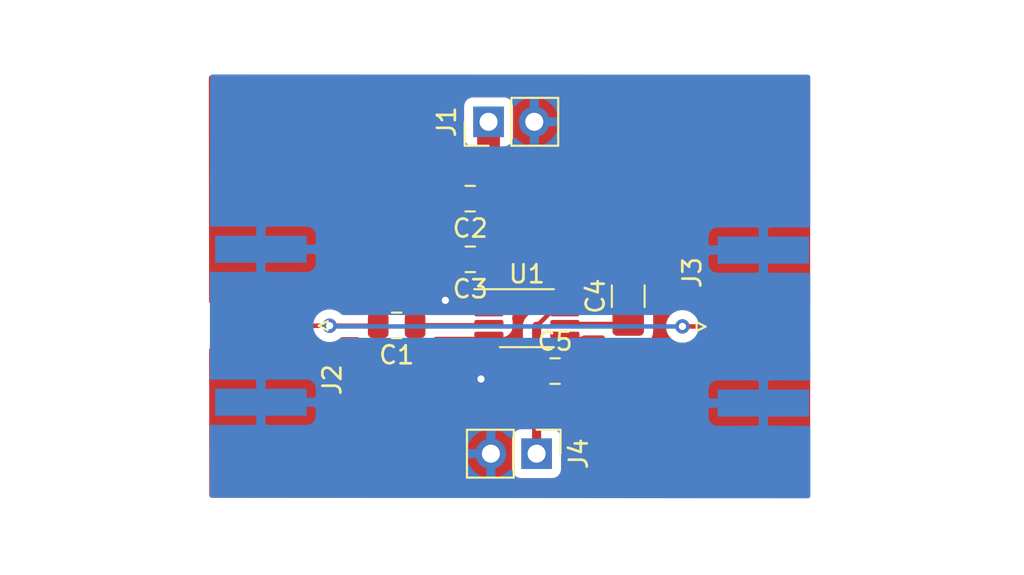
<source format=kicad_pcb>
(kicad_pcb (version 20171130) (host pcbnew "(5.1.5-0-10_14)")

  (general
    (thickness 1.6)
    (drawings 0)
    (tracks 23)
    (zones 0)
    (modules 10)
    (nets 7)
  )

  (page A4)
  (layers
    (0 F.Cu signal)
    (31 B.Cu signal)
    (32 B.Adhes user)
    (33 F.Adhes user)
    (34 B.Paste user)
    (35 F.Paste user)
    (36 B.SilkS user)
    (37 F.SilkS user)
    (38 B.Mask user)
    (39 F.Mask user)
    (40 Dwgs.User user)
    (41 Cmts.User user)
    (42 Eco1.User user)
    (43 Eco2.User user)
    (44 Edge.Cuts user)
    (45 Margin user)
    (46 B.CrtYd user)
    (47 F.CrtYd user)
    (48 B.Fab user)
    (49 F.Fab user)
  )

  (setup
    (last_trace_width 0.25)
    (trace_clearance 0.1524)
    (zone_clearance 0.508)
    (zone_45_only no)
    (trace_min 0.2)
    (via_size 0.8)
    (via_drill 0.4)
    (via_min_size 0.4)
    (via_min_drill 0.3)
    (uvia_size 0.3)
    (uvia_drill 0.1)
    (uvias_allowed no)
    (uvia_min_size 0.2)
    (uvia_min_drill 0.1)
    (edge_width 0.05)
    (segment_width 0.2)
    (pcb_text_width 0.3)
    (pcb_text_size 1.5 1.5)
    (mod_edge_width 0.12)
    (mod_text_size 1 1)
    (mod_text_width 0.15)
    (pad_size 1.625 0.45)
    (pad_drill 0)
    (pad_to_mask_clearance 0.051)
    (solder_mask_min_width 0.25)
    (aux_axis_origin 0 0)
    (visible_elements FFFFFF7F)
    (pcbplotparams
      (layerselection 0x010fc_ffffffff)
      (usegerberextensions false)
      (usegerberattributes false)
      (usegerberadvancedattributes false)
      (creategerberjobfile false)
      (excludeedgelayer true)
      (linewidth 0.100000)
      (plotframeref false)
      (viasonmask false)
      (mode 1)
      (useauxorigin false)
      (hpglpennumber 1)
      (hpglpenspeed 20)
      (hpglpendiameter 15.000000)
      (psnegative false)
      (psa4output false)
      (plotreference true)
      (plotvalue true)
      (plotinvisibletext false)
      (padsonsilk false)
      (subtractmaskfromsilk false)
      (outputformat 1)
      (mirror false)
      (drillshape 1)
      (scaleselection 1)
      (outputdirectory ""))
  )

  (net 0 "")
  (net 1 "Net-(C1-Pad1)")
  (net 2 "Net-(C1-Pad2)")
  (net 3 +5V)
  (net 4 GND)
  (net 5 "Net-(C4-Pad1)")
  (net 6 "Net-(C5-Pad1)")

  (net_class Default "This is the default net class."
    (clearance 0.1524)
    (trace_width 0.25)
    (via_dia 0.8)
    (via_drill 0.4)
    (uvia_dia 0.3)
    (uvia_drill 0.1)
    (add_net +5V)
    (add_net GND)
    (add_net "Net-(C1-Pad1)")
    (add_net "Net-(C1-Pad2)")
    (add_net "Net-(C4-Pad1)")
    (add_net "Net-(C5-Pad1)")
  )

  (module Capacitor_SMD:C_0805_2012Metric_Pad1.15x1.40mm_HandSolder (layer F.Cu) (tedit 5B36C52B) (tstamp 5E4E67DB)
    (at 149.285 62.96 180)
    (descr "Capacitor SMD 0805 (2012 Metric), square (rectangular) end terminal, IPC_7351 nominal with elongated pad for handsoldering. (Body size source: https://docs.google.com/spreadsheets/d/1BsfQQcO9C6DZCsRaXUlFlo91Tg2WpOkGARC1WS5S8t0/edit?usp=sharing), generated with kicad-footprint-generator")
    (tags "capacitor handsolder")
    (path /5E4DFB7F)
    (attr smd)
    (fp_text reference C1 (at 0 -1.65) (layer F.SilkS)
      (effects (font (size 1 1) (thickness 0.15)))
    )
    (fp_text value 0.1uH (at 0 1.65) (layer F.Fab)
      (effects (font (size 1 1) (thickness 0.15)))
    )
    (fp_line (start -1 0.6) (end -1 -0.6) (layer F.Fab) (width 0.1))
    (fp_line (start -1 -0.6) (end 1 -0.6) (layer F.Fab) (width 0.1))
    (fp_line (start 1 -0.6) (end 1 0.6) (layer F.Fab) (width 0.1))
    (fp_line (start 1 0.6) (end -1 0.6) (layer F.Fab) (width 0.1))
    (fp_line (start -0.261252 -0.71) (end 0.261252 -0.71) (layer F.SilkS) (width 0.12))
    (fp_line (start -0.261252 0.71) (end 0.261252 0.71) (layer F.SilkS) (width 0.12))
    (fp_line (start -1.85 0.95) (end -1.85 -0.95) (layer F.CrtYd) (width 0.05))
    (fp_line (start -1.85 -0.95) (end 1.85 -0.95) (layer F.CrtYd) (width 0.05))
    (fp_line (start 1.85 -0.95) (end 1.85 0.95) (layer F.CrtYd) (width 0.05))
    (fp_line (start 1.85 0.95) (end -1.85 0.95) (layer F.CrtYd) (width 0.05))
    (fp_text user %R (at 0 0) (layer F.Fab)
      (effects (font (size 0.5 0.5) (thickness 0.08)))
    )
    (pad 1 smd roundrect (at -1.025 0 180) (size 1.15 1.4) (layers F.Cu F.Paste F.Mask) (roundrect_rratio 0.217391)
      (net 1 "Net-(C1-Pad1)"))
    (pad 2 smd roundrect (at 1.025 0 180) (size 1.15 1.4) (layers F.Cu F.Paste F.Mask) (roundrect_rratio 0.217391)
      (net 2 "Net-(C1-Pad2)"))
    (model ${KISYS3DMOD}/Capacitor_SMD.3dshapes/C_0805_2012Metric.wrl
      (at (xyz 0 0 0))
      (scale (xyz 1 1 1))
      (rotate (xyz 0 0 0))
    )
  )

  (module Capacitor_SMD:C_0805_2012Metric_Pad1.15x1.40mm_HandSolder (layer F.Cu) (tedit 5B36C52B) (tstamp 5E4E67EC)
    (at 153.37 55.92 180)
    (descr "Capacitor SMD 0805 (2012 Metric), square (rectangular) end terminal, IPC_7351 nominal with elongated pad for handsoldering. (Body size source: https://docs.google.com/spreadsheets/d/1BsfQQcO9C6DZCsRaXUlFlo91Tg2WpOkGARC1WS5S8t0/edit?usp=sharing), generated with kicad-footprint-generator")
    (tags "capacitor handsolder")
    (path /5E4E97EC)
    (attr smd)
    (fp_text reference C2 (at 0 -1.65) (layer F.SilkS)
      (effects (font (size 1 1) (thickness 0.15)))
    )
    (fp_text value 0.1uH (at 0 1.65) (layer F.Fab)
      (effects (font (size 1 1) (thickness 0.15)))
    )
    (fp_line (start -1 0.6) (end -1 -0.6) (layer F.Fab) (width 0.1))
    (fp_line (start -1 -0.6) (end 1 -0.6) (layer F.Fab) (width 0.1))
    (fp_line (start 1 -0.6) (end 1 0.6) (layer F.Fab) (width 0.1))
    (fp_line (start 1 0.6) (end -1 0.6) (layer F.Fab) (width 0.1))
    (fp_line (start -0.261252 -0.71) (end 0.261252 -0.71) (layer F.SilkS) (width 0.12))
    (fp_line (start -0.261252 0.71) (end 0.261252 0.71) (layer F.SilkS) (width 0.12))
    (fp_line (start -1.85 0.95) (end -1.85 -0.95) (layer F.CrtYd) (width 0.05))
    (fp_line (start -1.85 -0.95) (end 1.85 -0.95) (layer F.CrtYd) (width 0.05))
    (fp_line (start 1.85 -0.95) (end 1.85 0.95) (layer F.CrtYd) (width 0.05))
    (fp_line (start 1.85 0.95) (end -1.85 0.95) (layer F.CrtYd) (width 0.05))
    (fp_text user %R (at 0 0) (layer F.Fab)
      (effects (font (size 0.5 0.5) (thickness 0.08)))
    )
    (pad 1 smd roundrect (at -1.025 0 180) (size 1.15 1.4) (layers F.Cu F.Paste F.Mask) (roundrect_rratio 0.217391)
      (net 3 +5V))
    (pad 2 smd roundrect (at 1.025 0 180) (size 1.15 1.4) (layers F.Cu F.Paste F.Mask) (roundrect_rratio 0.217391)
      (net 4 GND))
    (model ${KISYS3DMOD}/Capacitor_SMD.3dshapes/C_0805_2012Metric.wrl
      (at (xyz 0 0 0))
      (scale (xyz 1 1 1))
      (rotate (xyz 0 0 0))
    )
  )

  (module Capacitor_SMD:C_0805_2012Metric_Pad1.15x1.40mm_HandSolder (layer F.Cu) (tedit 5B36C52B) (tstamp 5E4E67FD)
    (at 153.375 59.29 180)
    (descr "Capacitor SMD 0805 (2012 Metric), square (rectangular) end terminal, IPC_7351 nominal with elongated pad for handsoldering. (Body size source: https://docs.google.com/spreadsheets/d/1BsfQQcO9C6DZCsRaXUlFlo91Tg2WpOkGARC1WS5S8t0/edit?usp=sharing), generated with kicad-footprint-generator")
    (tags "capacitor handsolder")
    (path /5E4E8E3A)
    (attr smd)
    (fp_text reference C3 (at 0 -1.65) (layer F.SilkS)
      (effects (font (size 1 1) (thickness 0.15)))
    )
    (fp_text value 100pF (at 0 1.65) (layer F.Fab)
      (effects (font (size 1 1) (thickness 0.15)))
    )
    (fp_text user %R (at 0 0) (layer F.Fab)
      (effects (font (size 0.5 0.5) (thickness 0.08)))
    )
    (fp_line (start 1.85 0.95) (end -1.85 0.95) (layer F.CrtYd) (width 0.05))
    (fp_line (start 1.85 -0.95) (end 1.85 0.95) (layer F.CrtYd) (width 0.05))
    (fp_line (start -1.85 -0.95) (end 1.85 -0.95) (layer F.CrtYd) (width 0.05))
    (fp_line (start -1.85 0.95) (end -1.85 -0.95) (layer F.CrtYd) (width 0.05))
    (fp_line (start -0.261252 0.71) (end 0.261252 0.71) (layer F.SilkS) (width 0.12))
    (fp_line (start -0.261252 -0.71) (end 0.261252 -0.71) (layer F.SilkS) (width 0.12))
    (fp_line (start 1 0.6) (end -1 0.6) (layer F.Fab) (width 0.1))
    (fp_line (start 1 -0.6) (end 1 0.6) (layer F.Fab) (width 0.1))
    (fp_line (start -1 -0.6) (end 1 -0.6) (layer F.Fab) (width 0.1))
    (fp_line (start -1 0.6) (end -1 -0.6) (layer F.Fab) (width 0.1))
    (pad 2 smd roundrect (at 1.025 0 180) (size 1.15 1.4) (layers F.Cu F.Paste F.Mask) (roundrect_rratio 0.217391)
      (net 4 GND))
    (pad 1 smd roundrect (at -1.025 0 180) (size 1.15 1.4) (layers F.Cu F.Paste F.Mask) (roundrect_rratio 0.217391)
      (net 3 +5V))
    (model ${KISYS3DMOD}/Capacitor_SMD.3dshapes/C_0805_2012Metric.wrl
      (at (xyz 0 0 0))
      (scale (xyz 1 1 1))
      (rotate (xyz 0 0 0))
    )
  )

  (module Capacitor_SMD:C_0805_2012Metric_Pad1.15x1.40mm_HandSolder (layer F.Cu) (tedit 5B36C52B) (tstamp 5E4E681F)
    (at 158.085 65.5)
    (descr "Capacitor SMD 0805 (2012 Metric), square (rectangular) end terminal, IPC_7351 nominal with elongated pad for handsoldering. (Body size source: https://docs.google.com/spreadsheets/d/1BsfQQcO9C6DZCsRaXUlFlo91Tg2WpOkGARC1WS5S8t0/edit?usp=sharing), generated with kicad-footprint-generator")
    (tags "capacitor handsolder")
    (path /5E4F4DB1)
    (attr smd)
    (fp_text reference C5 (at 0 -1.65) (layer F.SilkS)
      (effects (font (size 1 1) (thickness 0.15)))
    )
    (fp_text value 100pF (at 0 1.65) (layer F.Fab)
      (effects (font (size 1 1) (thickness 0.15)))
    )
    (fp_line (start -1 0.6) (end -1 -0.6) (layer F.Fab) (width 0.1))
    (fp_line (start -1 -0.6) (end 1 -0.6) (layer F.Fab) (width 0.1))
    (fp_line (start 1 -0.6) (end 1 0.6) (layer F.Fab) (width 0.1))
    (fp_line (start 1 0.6) (end -1 0.6) (layer F.Fab) (width 0.1))
    (fp_line (start -0.261252 -0.71) (end 0.261252 -0.71) (layer F.SilkS) (width 0.12))
    (fp_line (start -0.261252 0.71) (end 0.261252 0.71) (layer F.SilkS) (width 0.12))
    (fp_line (start -1.85 0.95) (end -1.85 -0.95) (layer F.CrtYd) (width 0.05))
    (fp_line (start -1.85 -0.95) (end 1.85 -0.95) (layer F.CrtYd) (width 0.05))
    (fp_line (start 1.85 -0.95) (end 1.85 0.95) (layer F.CrtYd) (width 0.05))
    (fp_line (start 1.85 0.95) (end -1.85 0.95) (layer F.CrtYd) (width 0.05))
    (fp_text user %R (at 0 0) (layer F.Fab)
      (effects (font (size 0.5 0.5) (thickness 0.08)))
    )
    (pad 1 smd roundrect (at -1.025 0) (size 1.15 1.4) (layers F.Cu F.Paste F.Mask) (roundrect_rratio 0.217391)
      (net 6 "Net-(C5-Pad1)"))
    (pad 2 smd roundrect (at 1.025 0) (size 1.15 1.4) (layers F.Cu F.Paste F.Mask) (roundrect_rratio 0.217391)
      (net 4 GND))
    (model ${KISYS3DMOD}/Capacitor_SMD.3dshapes/C_0805_2012Metric.wrl
      (at (xyz 0 0 0))
      (scale (xyz 1 1 1))
      (rotate (xyz 0 0 0))
    )
  )

  (module Connector_PinHeader_2.54mm:PinHeader_1x02_P2.54mm_Vertical (layer F.Cu) (tedit 59FED5CC) (tstamp 5E4E6835)
    (at 154.39 51.65 90)
    (descr "Through hole straight pin header, 1x02, 2.54mm pitch, single row")
    (tags "Through hole pin header THT 1x02 2.54mm single row")
    (path /5E4EEEB9)
    (fp_text reference J1 (at 0 -2.33 90) (layer F.SilkS)
      (effects (font (size 1 1) (thickness 0.15)))
    )
    (fp_text value Conn_01x02_Male (at 0 4.87 90) (layer F.Fab)
      (effects (font (size 1 1) (thickness 0.15)))
    )
    (fp_line (start -0.635 -1.27) (end 1.27 -1.27) (layer F.Fab) (width 0.1))
    (fp_line (start 1.27 -1.27) (end 1.27 3.81) (layer F.Fab) (width 0.1))
    (fp_line (start 1.27 3.81) (end -1.27 3.81) (layer F.Fab) (width 0.1))
    (fp_line (start -1.27 3.81) (end -1.27 -0.635) (layer F.Fab) (width 0.1))
    (fp_line (start -1.27 -0.635) (end -0.635 -1.27) (layer F.Fab) (width 0.1))
    (fp_line (start -1.33 3.87) (end 1.33 3.87) (layer F.SilkS) (width 0.12))
    (fp_line (start -1.33 1.27) (end -1.33 3.87) (layer F.SilkS) (width 0.12))
    (fp_line (start 1.33 1.27) (end 1.33 3.87) (layer F.SilkS) (width 0.12))
    (fp_line (start -1.33 1.27) (end 1.33 1.27) (layer F.SilkS) (width 0.12))
    (fp_line (start -1.33 0) (end -1.33 -1.33) (layer F.SilkS) (width 0.12))
    (fp_line (start -1.33 -1.33) (end 0 -1.33) (layer F.SilkS) (width 0.12))
    (fp_line (start -1.8 -1.8) (end -1.8 4.35) (layer F.CrtYd) (width 0.05))
    (fp_line (start -1.8 4.35) (end 1.8 4.35) (layer F.CrtYd) (width 0.05))
    (fp_line (start 1.8 4.35) (end 1.8 -1.8) (layer F.CrtYd) (width 0.05))
    (fp_line (start 1.8 -1.8) (end -1.8 -1.8) (layer F.CrtYd) (width 0.05))
    (fp_text user %R (at 0 1.27) (layer F.Fab)
      (effects (font (size 1 1) (thickness 0.15)))
    )
    (pad 1 thru_hole rect (at 0 0 90) (size 1.7 1.7) (drill 1) (layers *.Cu *.Mask)
      (net 3 +5V))
    (pad 2 thru_hole oval (at 0 2.54 90) (size 1.7 1.7) (drill 1) (layers *.Cu *.Mask)
      (net 4 GND))
    (model ${KISYS3DMOD}/Connector_PinHeader_2.54mm.3dshapes/PinHeader_1x02_P2.54mm_Vertical.wrl
      (at (xyz 0 0 0))
      (scale (xyz 1 1 1))
      (rotate (xyz 0 0 0))
    )
  )

  (module Connector_Coaxial:SMA_Amphenol_132289_EdgeMount (layer F.Cu) (tedit 5A1C1810) (tstamp 5E4E6858)
    (at 141.74 62.98 180)
    (descr http://www.amphenolrf.com/132289.html)
    (tags SMA)
    (path /5E4DED94)
    (attr smd)
    (fp_text reference J2 (at -3.96 -3 90) (layer F.SilkS)
      (effects (font (size 1 1) (thickness 0.15)))
    )
    (fp_text value Conn_Coaxial (at 5 6) (layer F.Fab)
      (effects (font (size 1 1) (thickness 0.15)))
    )
    (fp_line (start -3.71 0.25) (end -3.21 0) (layer F.SilkS) (width 0.12))
    (fp_line (start -3.71 -0.25) (end -3.71 0.25) (layer F.SilkS) (width 0.12))
    (fp_line (start -3.21 0) (end -3.71 -0.25) (layer F.SilkS) (width 0.12))
    (fp_line (start 3.54 0) (end 2.54 0.75) (layer F.Fab) (width 0.1))
    (fp_line (start 2.54 -0.75) (end 3.54 0) (layer F.Fab) (width 0.1))
    (fp_text user %R (at 4.79 0 270) (layer F.Fab)
      (effects (font (size 1 1) (thickness 0.15)))
    )
    (fp_line (start 14.47 -5.58) (end -3.04 -5.58) (layer F.CrtYd) (width 0.05))
    (fp_line (start 14.47 -5.58) (end 14.47 5.58) (layer F.CrtYd) (width 0.05))
    (fp_line (start 14.47 5.58) (end -3.04 5.58) (layer F.CrtYd) (width 0.05))
    (fp_line (start -3.04 5.58) (end -3.04 -5.58) (layer F.CrtYd) (width 0.05))
    (fp_line (start 14.47 -5.58) (end -3.04 -5.58) (layer B.CrtYd) (width 0.05))
    (fp_line (start 14.47 -5.58) (end 14.47 5.58) (layer B.CrtYd) (width 0.05))
    (fp_line (start 14.47 5.58) (end -3.04 5.58) (layer B.CrtYd) (width 0.05))
    (fp_line (start -3.04 5.58) (end -3.04 -5.58) (layer B.CrtYd) (width 0.05))
    (fp_line (start 4.445 -3.81) (end 13.97 -3.81) (layer F.Fab) (width 0.1))
    (fp_line (start 13.97 -3.81) (end 13.97 3.81) (layer F.Fab) (width 0.1))
    (fp_line (start 13.97 3.81) (end 4.445 3.81) (layer F.Fab) (width 0.1))
    (fp_line (start 4.445 5.08) (end 4.445 3.81) (layer F.Fab) (width 0.1))
    (fp_line (start 4.445 -3.81) (end 4.445 -5.08) (layer F.Fab) (width 0.1))
    (fp_line (start -1.91 -5.08) (end 4.445 -5.08) (layer F.Fab) (width 0.1))
    (fp_line (start -1.91 -5.08) (end -1.91 -3.81) (layer F.Fab) (width 0.1))
    (fp_line (start -1.91 -3.81) (end 2.54 -3.81) (layer F.Fab) (width 0.1))
    (fp_line (start 2.54 -3.81) (end 2.54 3.81) (layer F.Fab) (width 0.1))
    (fp_line (start 2.54 3.81) (end -1.91 3.81) (layer F.Fab) (width 0.1))
    (fp_line (start -1.91 3.81) (end -1.91 5.08) (layer F.Fab) (width 0.1))
    (fp_line (start -1.91 5.08) (end 4.445 5.08) (layer F.Fab) (width 0.1))
    (pad 2 smd rect (at 0 4.25 270) (size 1.5 5.08) (layers B.Cu B.Paste B.Mask)
      (net 4 GND))
    (pad 2 smd rect (at 0 -4.25 270) (size 1.5 5.08) (layers B.Cu B.Paste B.Mask)
      (net 4 GND))
    (pad 2 smd rect (at 0 4.25 270) (size 1.5 5.08) (layers F.Cu F.Paste F.Mask)
      (net 4 GND))
    (pad 2 smd rect (at 0 -4.25 270) (size 1.5 5.08) (layers F.Cu F.Paste F.Mask)
      (net 4 GND))
    (pad 1 smd rect (at 0 0 270) (size 1.5 5.08) (layers F.Cu F.Paste F.Mask)
      (net 2 "Net-(C1-Pad2)"))
    (model ${KISYS3DMOD}/Connector_Coaxial.3dshapes/SMA_Amphenol_132289_EdgeMount.wrl
      (at (xyz 0 0 0))
      (scale (xyz 1 1 1))
      (rotate (xyz 0 0 0))
    )
  )

  (module Connector_Coaxial:SMA_Amphenol_132289_EdgeMount (layer F.Cu) (tedit 5A1C1810) (tstamp 5E4E687B)
    (at 169.66 63.03)
    (descr http://www.amphenolrf.com/132289.html)
    (tags SMA)
    (path /5E4E06F9)
    (attr smd)
    (fp_text reference J3 (at -3.96 -3 90) (layer F.SilkS)
      (effects (font (size 1 1) (thickness 0.15)))
    )
    (fp_text value Conn_Coaxial (at 5 6) (layer F.Fab)
      (effects (font (size 1 1) (thickness 0.15)))
    )
    (fp_line (start -1.91 5.08) (end 4.445 5.08) (layer F.Fab) (width 0.1))
    (fp_line (start -1.91 3.81) (end -1.91 5.08) (layer F.Fab) (width 0.1))
    (fp_line (start 2.54 3.81) (end -1.91 3.81) (layer F.Fab) (width 0.1))
    (fp_line (start 2.54 -3.81) (end 2.54 3.81) (layer F.Fab) (width 0.1))
    (fp_line (start -1.91 -3.81) (end 2.54 -3.81) (layer F.Fab) (width 0.1))
    (fp_line (start -1.91 -5.08) (end -1.91 -3.81) (layer F.Fab) (width 0.1))
    (fp_line (start -1.91 -5.08) (end 4.445 -5.08) (layer F.Fab) (width 0.1))
    (fp_line (start 4.445 -3.81) (end 4.445 -5.08) (layer F.Fab) (width 0.1))
    (fp_line (start 4.445 5.08) (end 4.445 3.81) (layer F.Fab) (width 0.1))
    (fp_line (start 13.97 3.81) (end 4.445 3.81) (layer F.Fab) (width 0.1))
    (fp_line (start 13.97 -3.81) (end 13.97 3.81) (layer F.Fab) (width 0.1))
    (fp_line (start 4.445 -3.81) (end 13.97 -3.81) (layer F.Fab) (width 0.1))
    (fp_line (start -3.04 5.58) (end -3.04 -5.58) (layer B.CrtYd) (width 0.05))
    (fp_line (start 14.47 5.58) (end -3.04 5.58) (layer B.CrtYd) (width 0.05))
    (fp_line (start 14.47 -5.58) (end 14.47 5.58) (layer B.CrtYd) (width 0.05))
    (fp_line (start 14.47 -5.58) (end -3.04 -5.58) (layer B.CrtYd) (width 0.05))
    (fp_line (start -3.04 5.58) (end -3.04 -5.58) (layer F.CrtYd) (width 0.05))
    (fp_line (start 14.47 5.58) (end -3.04 5.58) (layer F.CrtYd) (width 0.05))
    (fp_line (start 14.47 -5.58) (end 14.47 5.58) (layer F.CrtYd) (width 0.05))
    (fp_line (start 14.47 -5.58) (end -3.04 -5.58) (layer F.CrtYd) (width 0.05))
    (fp_text user %R (at 4.79 0 270) (layer F.Fab)
      (effects (font (size 1 1) (thickness 0.15)))
    )
    (fp_line (start 2.54 -0.75) (end 3.54 0) (layer F.Fab) (width 0.1))
    (fp_line (start 3.54 0) (end 2.54 0.75) (layer F.Fab) (width 0.1))
    (fp_line (start -3.21 0) (end -3.71 -0.25) (layer F.SilkS) (width 0.12))
    (fp_line (start -3.71 -0.25) (end -3.71 0.25) (layer F.SilkS) (width 0.12))
    (fp_line (start -3.71 0.25) (end -3.21 0) (layer F.SilkS) (width 0.12))
    (pad 1 smd rect (at 0 0 90) (size 1.5 5.08) (layers F.Cu F.Paste F.Mask)
      (net 2 "Net-(C1-Pad2)"))
    (pad 2 smd rect (at 0 -4.25 90) (size 1.5 5.08) (layers F.Cu F.Paste F.Mask)
      (net 4 GND))
    (pad 2 smd rect (at 0 4.25 90) (size 1.5 5.08) (layers F.Cu F.Paste F.Mask)
      (net 4 GND))
    (pad 2 smd rect (at 0 -4.25 90) (size 1.5 5.08) (layers B.Cu B.Paste B.Mask)
      (net 4 GND))
    (pad 2 smd rect (at 0 4.25 90) (size 1.5 5.08) (layers B.Cu B.Paste B.Mask)
      (net 4 GND))
    (model ${KISYS3DMOD}/Connector_Coaxial.3dshapes/SMA_Amphenol_132289_EdgeMount.wrl
      (at (xyz 0 0 0))
      (scale (xyz 1 1 1))
      (rotate (xyz 0 0 0))
    )
  )

  (module Connector_PinHeader_2.54mm:PinHeader_1x02_P2.54mm_Vertical (layer F.Cu) (tedit 59FED5CC) (tstamp 5E4E6891)
    (at 157.06 70.09 270)
    (descr "Through hole straight pin header, 1x02, 2.54mm pitch, single row")
    (tags "Through hole pin header THT 1x02 2.54mm single row")
    (path /5E4F7862)
    (fp_text reference J4 (at 0 -2.33 90) (layer F.SilkS)
      (effects (font (size 1 1) (thickness 0.15)))
    )
    (fp_text value Conn_01x02_Male (at 0 4.87 90) (layer F.Fab)
      (effects (font (size 1 1) (thickness 0.15)))
    )
    (fp_text user %R (at 0 1.27) (layer F.Fab)
      (effects (font (size 1 1) (thickness 0.15)))
    )
    (fp_line (start 1.8 -1.8) (end -1.8 -1.8) (layer F.CrtYd) (width 0.05))
    (fp_line (start 1.8 4.35) (end 1.8 -1.8) (layer F.CrtYd) (width 0.05))
    (fp_line (start -1.8 4.35) (end 1.8 4.35) (layer F.CrtYd) (width 0.05))
    (fp_line (start -1.8 -1.8) (end -1.8 4.35) (layer F.CrtYd) (width 0.05))
    (fp_line (start -1.33 -1.33) (end 0 -1.33) (layer F.SilkS) (width 0.12))
    (fp_line (start -1.33 0) (end -1.33 -1.33) (layer F.SilkS) (width 0.12))
    (fp_line (start -1.33 1.27) (end 1.33 1.27) (layer F.SilkS) (width 0.12))
    (fp_line (start 1.33 1.27) (end 1.33 3.87) (layer F.SilkS) (width 0.12))
    (fp_line (start -1.33 1.27) (end -1.33 3.87) (layer F.SilkS) (width 0.12))
    (fp_line (start -1.33 3.87) (end 1.33 3.87) (layer F.SilkS) (width 0.12))
    (fp_line (start -1.27 -0.635) (end -0.635 -1.27) (layer F.Fab) (width 0.1))
    (fp_line (start -1.27 3.81) (end -1.27 -0.635) (layer F.Fab) (width 0.1))
    (fp_line (start 1.27 3.81) (end -1.27 3.81) (layer F.Fab) (width 0.1))
    (fp_line (start 1.27 -1.27) (end 1.27 3.81) (layer F.Fab) (width 0.1))
    (fp_line (start -0.635 -1.27) (end 1.27 -1.27) (layer F.Fab) (width 0.1))
    (pad 2 thru_hole oval (at 0 2.54 270) (size 1.7 1.7) (drill 1) (layers *.Cu *.Mask)
      (net 4 GND))
    (pad 1 thru_hole rect (at 0 0 270) (size 1.7 1.7) (drill 1) (layers *.Cu *.Mask)
      (net 6 "Net-(C5-Pad1)"))
    (model ${KISYS3DMOD}/Connector_PinHeader_2.54mm.3dshapes/PinHeader_1x02_P2.54mm_Vertical.wrl
      (at (xyz 0 0 0))
      (scale (xyz 1 1 1))
      (rotate (xyz 0 0 0))
    )
  )

  (module Package_SO:MSOP-8_3x3mm_P0.65mm (layer F.Cu) (tedit 5E4E1CE0) (tstamp 5E4E68AB)
    (at 156.52 62.56)
    (descr "MSOP, 8 Pin (https://www.jedec.org/system/files/docs/mo-187F.pdf variant AA), generated with kicad-footprint-generator ipc_gullwing_generator.py")
    (tags "MSOP SO")
    (path /5E4E6E80)
    (attr smd)
    (fp_text reference U1 (at 0 -2.45) (layer F.SilkS)
      (effects (font (size 1 1) (thickness 0.15)))
    )
    (fp_text value AD8361 (at 0 2.45) (layer F.Fab)
      (effects (font (size 1 1) (thickness 0.15)))
    )
    (fp_text user %R (at 0 0) (layer F.Fab)
      (effects (font (size 0.75 0.75) (thickness 0.11)))
    )
    (fp_line (start 3.18 -1.75) (end -3.18 -1.75) (layer F.CrtYd) (width 0.05))
    (fp_line (start 3.18 1.75) (end 3.18 -1.75) (layer F.CrtYd) (width 0.05))
    (fp_line (start -3.18 1.75) (end 3.18 1.75) (layer F.CrtYd) (width 0.05))
    (fp_line (start -3.18 -1.75) (end -3.18 1.75) (layer F.CrtYd) (width 0.05))
    (fp_line (start -1.5 -0.75) (end -0.75 -1.5) (layer F.Fab) (width 0.1))
    (fp_line (start -1.5 1.5) (end -1.5 -0.75) (layer F.Fab) (width 0.1))
    (fp_line (start 1.5 1.5) (end -1.5 1.5) (layer F.Fab) (width 0.1))
    (fp_line (start 1.5 -1.5) (end 1.5 1.5) (layer F.Fab) (width 0.1))
    (fp_line (start -0.75 -1.5) (end 1.5 -1.5) (layer F.Fab) (width 0.1))
    (fp_line (start 0 -1.61) (end -2.925 -1.61) (layer F.SilkS) (width 0.12))
    (fp_line (start 0 -1.61) (end 1.5 -1.61) (layer F.SilkS) (width 0.12))
    (fp_line (start 0 1.61) (end -1.5 1.61) (layer F.SilkS) (width 0.12))
    (fp_line (start 0 1.61) (end 1.5 1.61) (layer F.SilkS) (width 0.12))
    (pad 8 smd roundrect (at 2.1125 -0.975) (size 1.625 0.45) (layers F.Cu F.Paste F.Mask) (roundrect_rratio 0.25)
      (net 4 GND))
    (pad 7 smd roundrect (at 2.1125 -0.325) (size 1.625 0.45) (layers F.Cu F.Paste F.Mask) (roundrect_rratio 0.25)
      (net 6 "Net-(C5-Pad1)"))
    (pad 6 smd roundrect (at 2.1125 0.325) (size 1.625 0.45) (layers F.Cu F.Paste F.Mask) (roundrect_rratio 0.25)
      (net 5 "Net-(C4-Pad1)"))
    (pad 5 smd roundrect (at 2.1125 0.975) (size 1.625 0.45) (layers F.Cu F.Paste F.Mask) (roundrect_rratio 0.25)
      (net 4 GND))
    (pad 4 smd roundrect (at -2.1125 0.975) (size 1.625 0.45) (layers F.Cu F.Paste F.Mask) (roundrect_rratio 0.25)
      (net 4 GND))
    (pad 3 smd roundrect (at -2.1125 0.325) (size 1.625 0.45) (layers F.Cu F.Paste F.Mask) (roundrect_rratio 0.25)
      (net 1 "Net-(C1-Pad1)"))
    (pad 2 smd roundrect (at -2.1125 -0.325) (size 1.625 0.45) (layers F.Cu F.Paste F.Mask) (roundrect_rratio 0.25)
      (net 3 +5V))
    (pad 1 smd roundrect (at -2.1125 -0.975) (size 1.625 0.45) (layers F.Cu F.Paste F.Mask) (roundrect_rratio 0.25)
      (net 3 +5V))
    (model ${KISYS3DMOD}/Package_SO.3dshapes/MSOP-8_3x3mm_P0.65mm.wrl
      (at (xyz 0 0 0))
      (scale (xyz 1 1 1))
      (rotate (xyz 0 0 0))
    )
  )

  (module Capacitor_SMD:C_1206_3216Metric_Pad1.42x1.75mm_HandSolder (layer F.Cu) (tedit 5B301BBE) (tstamp 5E4E6E58)
    (at 162.15 61.3375 90)
    (descr "Capacitor SMD 1206 (3216 Metric), square (rectangular) end terminal, IPC_7351 nominal with elongated pad for handsoldering. (Body size source: http://www.tortai-tech.com/upload/download/2011102023233369053.pdf), generated with kicad-footprint-generator")
    (tags "capacitor handsolder")
    (path /5E4F2B56)
    (attr smd)
    (fp_text reference C4 (at 0 -1.82 90) (layer F.SilkS)
      (effects (font (size 1 1) (thickness 0.15)))
    )
    (fp_text value 100uH (at 0 1.82 90) (layer F.Fab)
      (effects (font (size 1 1) (thickness 0.15)))
    )
    (fp_line (start -1.6 0.8) (end -1.6 -0.8) (layer F.Fab) (width 0.1))
    (fp_line (start -1.6 -0.8) (end 1.6 -0.8) (layer F.Fab) (width 0.1))
    (fp_line (start 1.6 -0.8) (end 1.6 0.8) (layer F.Fab) (width 0.1))
    (fp_line (start 1.6 0.8) (end -1.6 0.8) (layer F.Fab) (width 0.1))
    (fp_line (start -0.602064 -0.91) (end 0.602064 -0.91) (layer F.SilkS) (width 0.12))
    (fp_line (start -0.602064 0.91) (end 0.602064 0.91) (layer F.SilkS) (width 0.12))
    (fp_line (start -2.45 1.12) (end -2.45 -1.12) (layer F.CrtYd) (width 0.05))
    (fp_line (start -2.45 -1.12) (end 2.45 -1.12) (layer F.CrtYd) (width 0.05))
    (fp_line (start 2.45 -1.12) (end 2.45 1.12) (layer F.CrtYd) (width 0.05))
    (fp_line (start 2.45 1.12) (end -2.45 1.12) (layer F.CrtYd) (width 0.05))
    (fp_text user %R (at 0 0 90) (layer F.Fab)
      (effects (font (size 0.8 0.8) (thickness 0.12)))
    )
    (pad 1 smd roundrect (at -1.4875 0 90) (size 1.425 1.75) (layers F.Cu F.Paste F.Mask) (roundrect_rratio 0.175439)
      (net 5 "Net-(C4-Pad1)"))
    (pad 2 smd roundrect (at 1.4875 0 90) (size 1.425 1.75) (layers F.Cu F.Paste F.Mask) (roundrect_rratio 0.175439)
      (net 3 +5V))
    (model ${KISYS3DMOD}/Capacitor_SMD.3dshapes/C_1206_3216Metric.wrl
      (at (xyz 0 0 0))
      (scale (xyz 1 1 1))
      (rotate (xyz 0 0 0))
    )
  )

  (via (at 145.56 62.98) (size 0.8) (drill 0.4) (layers F.Cu B.Cu) (net 2))
  (via (at 165.16 63.02) (size 0.8) (drill 0.4) (layers F.Cu B.Cu) (net 2))
  (segment (start 154.3325 62.96) (end 154.4075 62.885) (width 0.25) (layer F.Cu) (net 1) (status 30))
  (segment (start 150.31 62.96) (end 154.3325 62.96) (width 0.25) (layer F.Cu) (net 1) (status 30))
  (segment (start 148.24 62.98) (end 148.26 62.96) (width 0.25) (layer F.Cu) (net 2) (status 30))
  (segment (start 141.74 62.98) (end 148.24 62.98) (width 0.25) (layer F.Cu) (net 2) (status 30))
  (segment (start 169.65 63.02) (end 169.66 63.03) (width 0.25) (layer F.Cu) (net 2) (status 30))
  (segment (start 165.16 63.02) (end 169.65 63.02) (width 0.25) (layer F.Cu) (net 2) (status 20))
  (segment (start 145.6 63.02) (end 145.56 62.98) (width 0.25) (layer B.Cu) (net 2))
  (segment (start 165.16 63.02) (end 145.6 63.02) (width 0.25) (layer B.Cu) (net 2))
  (segment (start 154.39 62.2175) (end 154.4075 62.235) (width 0.25) (layer F.Cu) (net 3) (status 30))
  (segment (start 154.39 51.58) (end 154.39 61.82) (width 1.266) (layer F.Cu) (net 3) (status 10))
  (segment (start 161.59 59.29) (end 162.15 59.85) (width 1.266) (layer F.Cu) (net 3) (status 30))
  (segment (start 154.4 59.29) (end 161.59 59.29) (width 1.266) (layer F.Cu) (net 3) (status 30))
  (via (at 153.97 65.94) (size 0.8) (drill 0.4) (layers F.Cu B.Cu) (net 4))
  (via (at 151.99 61.57) (size 0.8) (drill 0.4) (layers F.Cu B.Cu) (net 4))
  (segment (start 162.09 62.885) (end 162.15 62.825) (width 0.25) (layer F.Cu) (net 5) (status 30))
  (segment (start 158.6325 62.885) (end 162.09 62.885) (width 0.25) (layer F.Cu) (net 5) (status 30))
  (segment (start 157.06 64.8) (end 157.06 65.5) (width 0.25) (layer F.Cu) (net 6) (status 30))
  (segment (start 157.06 63.008588) (end 157.06 64.8) (width 0.504) (layer F.Cu) (net 6) (status 20))
  (segment (start 157.833588 62.235) (end 157.06 63.008588) (width 0.25) (layer F.Cu) (net 6) (status 10))
  (segment (start 158.6325 62.235) (end 157.833588 62.235) (width 0.25) (layer F.Cu) (net 6) (status 30))
  (segment (start 157.06 65.5) (end 157.06 70.09) (width 0.504) (layer F.Cu) (net 6) (status 30))

  (zone (net 4) (net_name GND) (layer F.Cu) (tstamp 5E4E84C6) (hatch edge 0.508)
    (connect_pads yes (clearance 0.508))
    (min_thickness 0.254)
    (fill yes (arc_segments 32) (thermal_gap 0.508) (thermal_bridge_width 0.508))
    (polygon
      (pts
        (xy 172.26 72.54) (xy 138.87 72.54) (xy 138.85 49.07) (xy 172.26 49.07)
      )
    )
    (filled_polygon
      (pts
        (xy 172.133 61.641928) (xy 167.12 61.641928) (xy 166.995518 61.654188) (xy 166.87582 61.690498) (xy 166.765506 61.749463)
        (xy 166.668815 61.828815) (xy 166.589463 61.925506) (xy 166.530498 62.03582) (xy 166.494188 62.155518) (xy 166.483898 62.26)
        (xy 165.863711 62.26) (xy 165.819774 62.216063) (xy 165.650256 62.102795) (xy 165.461898 62.024774) (xy 165.261939 61.985)
        (xy 165.058061 61.985) (xy 164.858102 62.024774) (xy 164.669744 62.102795) (xy 164.500226 62.216063) (xy 164.356063 62.360226)
        (xy 164.242795 62.529744) (xy 164.164774 62.718102) (xy 164.125 62.918061) (xy 164.125 63.121939) (xy 164.164774 63.321898)
        (xy 164.242795 63.510256) (xy 164.356063 63.679774) (xy 164.500226 63.823937) (xy 164.669744 63.937205) (xy 164.858102 64.015226)
        (xy 165.058061 64.055) (xy 165.261939 64.055) (xy 165.461898 64.015226) (xy 165.650256 63.937205) (xy 165.819774 63.823937)
        (xy 165.863711 63.78) (xy 166.481928 63.78) (xy 166.494188 63.904482) (xy 166.530498 64.02418) (xy 166.589463 64.134494)
        (xy 166.668815 64.231185) (xy 166.765506 64.310537) (xy 166.87582 64.369502) (xy 166.995518 64.405812) (xy 167.12 64.418072)
        (xy 172.133 64.418072) (xy 172.133 72.413) (xy 138.996892 72.413) (xy 138.994189 69.24) (xy 155.571928 69.24)
        (xy 155.571928 70.94) (xy 155.584188 71.064482) (xy 155.620498 71.18418) (xy 155.679463 71.294494) (xy 155.758815 71.391185)
        (xy 155.855506 71.470537) (xy 155.96582 71.529502) (xy 156.085518 71.565812) (xy 156.21 71.578072) (xy 157.91 71.578072)
        (xy 158.034482 71.565812) (xy 158.15418 71.529502) (xy 158.264494 71.470537) (xy 158.361185 71.391185) (xy 158.440537 71.294494)
        (xy 158.499502 71.18418) (xy 158.535812 71.064482) (xy 158.548072 70.94) (xy 158.548072 69.24) (xy 158.535812 69.115518)
        (xy 158.499502 68.99582) (xy 158.440537 68.885506) (xy 158.361185 68.788815) (xy 158.264494 68.709463) (xy 158.15418 68.650498)
        (xy 158.034482 68.614188) (xy 157.947 68.605572) (xy 157.947 66.632096) (xy 158.012962 66.577962) (xy 158.123405 66.443387)
        (xy 158.205472 66.289851) (xy 158.256008 66.123255) (xy 158.273072 65.950001) (xy 158.273072 65.049999) (xy 158.256008 64.876745)
        (xy 158.205472 64.710149) (xy 158.123405 64.556613) (xy 158.012962 64.422038) (xy 157.947 64.367904) (xy 157.947 63.748072)
        (xy 159.3325 63.748072) (xy 159.478929 63.73365) (xy 159.619731 63.690938) (xy 159.705675 63.645) (xy 160.713962 63.645)
        (xy 160.786595 63.780886) (xy 160.897038 63.915462) (xy 161.031614 64.025905) (xy 161.18515 64.107972) (xy 161.351746 64.158508)
        (xy 161.525 64.175572) (xy 162.775 64.175572) (xy 162.948254 64.158508) (xy 163.11485 64.107972) (xy 163.268386 64.025905)
        (xy 163.402962 63.915462) (xy 163.513405 63.780886) (xy 163.595472 63.62735) (xy 163.646008 63.460754) (xy 163.663072 63.2875)
        (xy 163.663072 62.3625) (xy 163.646008 62.189246) (xy 163.595472 62.02265) (xy 163.513405 61.869114) (xy 163.402962 61.734538)
        (xy 163.268386 61.624095) (xy 163.11485 61.542028) (xy 162.948254 61.491492) (xy 162.775 61.474428) (xy 161.525 61.474428)
        (xy 161.351746 61.491492) (xy 161.18515 61.542028) (xy 161.031614 61.624095) (xy 160.897038 61.734538) (xy 160.786595 61.869114)
        (xy 160.704528 62.02265) (xy 160.673481 62.125) (xy 160.083072 62.125) (xy 160.083072 62.1225) (xy 160.06865 61.976071)
        (xy 160.025938 61.835269) (xy 159.956578 61.705505) (xy 159.863235 61.591765) (xy 159.749495 61.498422) (xy 159.619731 61.429062)
        (xy 159.478929 61.38635) (xy 159.3325 61.371928) (xy 157.9325 61.371928) (xy 157.786071 61.38635) (xy 157.645269 61.429062)
        (xy 157.515505 61.498422) (xy 157.401765 61.591765) (xy 157.365432 61.636037) (xy 157.293587 61.694999) (xy 157.269789 61.723998)
        (xy 156.847714 62.146073) (xy 156.718918 62.185142) (xy 156.564825 62.267507) (xy 156.429762 62.37835) (xy 156.318919 62.513414)
        (xy 156.236554 62.667507) (xy 156.185835 62.834707) (xy 156.173 62.965022) (xy 156.173001 64.367904) (xy 156.107038 64.422038)
        (xy 155.996595 64.556613) (xy 155.914528 64.710149) (xy 155.863992 64.876745) (xy 155.846928 65.049999) (xy 155.846928 65.950001)
        (xy 155.863992 66.123255) (xy 155.914528 66.289851) (xy 155.996595 66.443387) (xy 156.107038 66.577962) (xy 156.173 66.632096)
        (xy 156.173001 68.605572) (xy 156.085518 68.614188) (xy 155.96582 68.650498) (xy 155.855506 68.709463) (xy 155.758815 68.788815)
        (xy 155.679463 68.885506) (xy 155.620498 68.99582) (xy 155.584188 69.115518) (xy 155.571928 69.24) (xy 138.994189 69.24)
        (xy 138.990004 64.329872) (xy 139.075518 64.355812) (xy 139.2 64.368072) (xy 144.28 64.368072) (xy 144.404482 64.355812)
        (xy 144.52418 64.319502) (xy 144.634494 64.260537) (xy 144.731185 64.181185) (xy 144.810537 64.084494) (xy 144.869502 63.97418)
        (xy 144.905812 63.854482) (xy 144.911986 63.791795) (xy 145.069744 63.897205) (xy 145.258102 63.975226) (xy 145.458061 64.015)
        (xy 145.661939 64.015) (xy 145.861898 63.975226) (xy 146.050256 63.897205) (xy 146.219774 63.783937) (xy 146.263711 63.74)
        (xy 147.11154 63.74) (xy 147.114528 63.749851) (xy 147.196595 63.903387) (xy 147.307038 64.037962) (xy 147.441613 64.148405)
        (xy 147.595149 64.230472) (xy 147.761745 64.281008) (xy 147.934999 64.298072) (xy 148.585001 64.298072) (xy 148.758255 64.281008)
        (xy 148.924851 64.230472) (xy 149.078387 64.148405) (xy 149.212962 64.037962) (xy 149.285 63.950184) (xy 149.357038 64.037962)
        (xy 149.491613 64.148405) (xy 149.645149 64.230472) (xy 149.811745 64.281008) (xy 149.984999 64.298072) (xy 150.635001 64.298072)
        (xy 150.808255 64.281008) (xy 150.974851 64.230472) (xy 151.128387 64.148405) (xy 151.262962 64.037962) (xy 151.373405 63.903387)
        (xy 151.455472 63.749851) (xy 151.464527 63.72) (xy 153.516073 63.72) (xy 153.561071 63.73365) (xy 153.7075 63.748072)
        (xy 155.1075 63.748072) (xy 155.253929 63.73365) (xy 155.394731 63.690938) (xy 155.524495 63.621578) (xy 155.638235 63.528235)
        (xy 155.731578 63.414495) (xy 155.800938 63.284731) (xy 155.84365 63.143929) (xy 155.858072 62.9975) (xy 155.858072 62.7725)
        (xy 155.84365 62.626071) (xy 155.823607 62.56) (xy 155.84365 62.493929) (xy 155.858072 62.3475) (xy 155.858072 62.1225)
        (xy 155.84365 61.976071) (xy 155.823607 61.91) (xy 155.84365 61.843929) (xy 155.858072 61.6975) (xy 155.858072 61.4725)
        (xy 155.84365 61.326071) (xy 155.800938 61.185269) (xy 155.731578 61.055505) (xy 155.658 60.965849) (xy 155.658 60.558)
        (xy 160.675907 60.558) (xy 160.704528 60.65235) (xy 160.786595 60.805886) (xy 160.897038 60.940462) (xy 161.031614 61.050905)
        (xy 161.18515 61.132972) (xy 161.351746 61.183508) (xy 161.525 61.200572) (xy 162.775 61.200572) (xy 162.948254 61.183508)
        (xy 163.11485 61.132972) (xy 163.268386 61.050905) (xy 163.402962 60.940462) (xy 163.513405 60.805886) (xy 163.595472 60.65235)
        (xy 163.646008 60.485754) (xy 163.663072 60.3125) (xy 163.663072 59.3875) (xy 163.646008 59.214246) (xy 163.595472 59.04765)
        (xy 163.513405 58.894114) (xy 163.402962 58.759538) (xy 163.268386 58.649095) (xy 163.11485 58.567028) (xy 162.948254 58.516492)
        (xy 162.775 58.499428) (xy 162.59265 58.499428) (xy 162.530657 58.437435) (xy 162.490949 58.389051) (xy 162.297871 58.230595)
        (xy 162.07759 58.112853) (xy 161.838571 58.040347) (xy 161.65229 58.022) (xy 161.65228 58.022) (xy 161.59 58.015866)
        (xy 161.52772 58.022) (xy 155.658 58.022) (xy 155.658 52.978419) (xy 155.691185 52.951185) (xy 155.770537 52.854494)
        (xy 155.829502 52.74418) (xy 155.865812 52.624482) (xy 155.878072 52.5) (xy 155.878072 50.8) (xy 155.865812 50.675518)
        (xy 155.829502 50.55582) (xy 155.770537 50.445506) (xy 155.691185 50.348815) (xy 155.594494 50.269463) (xy 155.48418 50.210498)
        (xy 155.364482 50.174188) (xy 155.24 50.161928) (xy 153.54 50.161928) (xy 153.415518 50.174188) (xy 153.29582 50.210498)
        (xy 153.185506 50.269463) (xy 153.088815 50.348815) (xy 153.009463 50.445506) (xy 152.950498 50.55582) (xy 152.914188 50.675518)
        (xy 152.901928 50.8) (xy 152.901928 52.5) (xy 152.914188 52.624482) (xy 152.950498 52.74418) (xy 153.009463 52.854494)
        (xy 153.088815 52.951185) (xy 153.122 52.978419) (xy 153.122001 61.008496) (xy 153.083422 61.055505) (xy 153.014062 61.185269)
        (xy 152.97135 61.326071) (xy 152.956928 61.4725) (xy 152.956928 61.6975) (xy 152.97135 61.843929) (xy 152.991393 61.91)
        (xy 152.97135 61.976071) (xy 152.956928 62.1225) (xy 152.956928 62.2) (xy 151.464527 62.2) (xy 151.455472 62.170149)
        (xy 151.373405 62.016613) (xy 151.262962 61.882038) (xy 151.128387 61.771595) (xy 150.974851 61.689528) (xy 150.808255 61.638992)
        (xy 150.635001 61.621928) (xy 149.984999 61.621928) (xy 149.811745 61.638992) (xy 149.645149 61.689528) (xy 149.491613 61.771595)
        (xy 149.357038 61.882038) (xy 149.285 61.969816) (xy 149.212962 61.882038) (xy 149.078387 61.771595) (xy 148.924851 61.689528)
        (xy 148.758255 61.638992) (xy 148.585001 61.621928) (xy 147.934999 61.621928) (xy 147.761745 61.638992) (xy 147.595149 61.689528)
        (xy 147.441613 61.771595) (xy 147.307038 61.882038) (xy 147.196595 62.016613) (xy 147.114528 62.170149) (xy 147.099406 62.22)
        (xy 146.263711 62.22) (xy 146.219774 62.176063) (xy 146.050256 62.062795) (xy 145.861898 61.984774) (xy 145.661939 61.945)
        (xy 145.458061 61.945) (xy 145.258102 61.984774) (xy 145.069744 62.062795) (xy 144.911986 62.168205) (xy 144.905812 62.105518)
        (xy 144.869502 61.98582) (xy 144.810537 61.875506) (xy 144.731185 61.778815) (xy 144.634494 61.699463) (xy 144.52418 61.640498)
        (xy 144.404482 61.604188) (xy 144.28 61.591928) (xy 139.2 61.591928) (xy 139.075518 61.604188) (xy 138.987704 61.630826)
        (xy 138.977108 49.197) (xy 172.133 49.197)
      )
    )
  )
  (zone (net 4) (net_name GND) (layer B.Cu) (tstamp 5E4E84C3) (hatch edge 0.508)
    (connect_pads (clearance 0.508))
    (min_thickness 0.254)
    (fill yes (arc_segments 32) (thermal_gap 0.508) (thermal_bridge_width 0.508))
    (polygon
      (pts
        (xy 172.26 49.03) (xy 172.27 72.57) (xy 138.9 72.54) (xy 138.92 49.02)
      )
    )
    (filled_polygon
      (pts
        (xy 172.133054 49.156962) (xy 172.136552 57.392014) (xy 169.94575 57.395) (xy 169.787 57.55375) (xy 169.787 58.653)
        (xy 169.807 58.653) (xy 169.807 58.907) (xy 169.787 58.907) (xy 169.787 60.00625) (xy 169.94575 60.165)
        (xy 172.137732 60.167987) (xy 172.140163 65.89201) (xy 169.94575 65.895) (xy 169.787 66.05375) (xy 169.787 67.153)
        (xy 169.807 67.153) (xy 169.807 67.407) (xy 169.787 67.407) (xy 169.787 68.50625) (xy 169.94575 68.665)
        (xy 172.141342 68.667992) (xy 172.142946 72.442886) (xy 139.027108 72.413114) (xy 139.028779 70.446891) (xy 153.078519 70.446891)
        (xy 153.175843 70.721252) (xy 153.324822 70.971355) (xy 153.519731 71.187588) (xy 153.75308 71.361641) (xy 154.015901 71.486825)
        (xy 154.16311 71.531476) (xy 154.393 71.410155) (xy 154.393 70.217) (xy 153.199186 70.217) (xy 153.078519 70.446891)
        (xy 139.028779 70.446891) (xy 139.029386 69.733109) (xy 153.078519 69.733109) (xy 153.199186 69.963) (xy 154.393 69.963)
        (xy 154.393 68.769845) (xy 154.647 68.769845) (xy 154.647 69.963) (xy 154.667 69.963) (xy 154.667 70.217)
        (xy 154.647 70.217) (xy 154.647 71.410155) (xy 154.87689 71.531476) (xy 155.024099 71.486825) (xy 155.28692 71.361641)
        (xy 155.520269 71.187588) (xy 155.596034 71.103534) (xy 155.620498 71.18418) (xy 155.679463 71.294494) (xy 155.758815 71.391185)
        (xy 155.855506 71.470537) (xy 155.96582 71.529502) (xy 156.085518 71.565812) (xy 156.21 71.578072) (xy 157.91 71.578072)
        (xy 158.034482 71.565812) (xy 158.15418 71.529502) (xy 158.264494 71.470537) (xy 158.361185 71.391185) (xy 158.440537 71.294494)
        (xy 158.499502 71.18418) (xy 158.535812 71.064482) (xy 158.548072 70.94) (xy 158.548072 69.24) (xy 158.535812 69.115518)
        (xy 158.499502 68.99582) (xy 158.440537 68.885506) (xy 158.361185 68.788815) (xy 158.264494 68.709463) (xy 158.15418 68.650498)
        (xy 158.034482 68.614188) (xy 157.91 68.601928) (xy 156.21 68.601928) (xy 156.085518 68.614188) (xy 155.96582 68.650498)
        (xy 155.855506 68.709463) (xy 155.758815 68.788815) (xy 155.679463 68.885506) (xy 155.620498 68.99582) (xy 155.596034 69.076466)
        (xy 155.520269 68.992412) (xy 155.28692 68.818359) (xy 155.024099 68.693175) (xy 154.87689 68.648524) (xy 154.647 68.769845)
        (xy 154.393 68.769845) (xy 154.16311 68.648524) (xy 154.015901 68.693175) (xy 153.75308 68.818359) (xy 153.519731 68.992412)
        (xy 153.324822 69.208645) (xy 153.175843 69.458748) (xy 153.078519 69.733109) (xy 139.029386 69.733109) (xy 139.030357 68.592113)
        (xy 139.075518 68.605812) (xy 139.2 68.618072) (xy 141.45425 68.615) (xy 141.613 68.45625) (xy 141.613 67.357)
        (xy 141.867 67.357) (xy 141.867 68.45625) (xy 142.02575 68.615) (xy 144.28 68.618072) (xy 144.404482 68.605812)
        (xy 144.52418 68.569502) (xy 144.634494 68.510537) (xy 144.731185 68.431185) (xy 144.810537 68.334494) (xy 144.869502 68.22418)
        (xy 144.905812 68.104482) (xy 144.913147 68.03) (xy 166.481928 68.03) (xy 166.494188 68.154482) (xy 166.530498 68.27418)
        (xy 166.589463 68.384494) (xy 166.668815 68.481185) (xy 166.765506 68.560537) (xy 166.87582 68.619502) (xy 166.995518 68.655812)
        (xy 167.12 68.668072) (xy 169.37425 68.665) (xy 169.533 68.50625) (xy 169.533 67.407) (xy 166.64375 67.407)
        (xy 166.485 67.56575) (xy 166.481928 68.03) (xy 144.913147 68.03) (xy 144.918072 67.98) (xy 144.915 67.51575)
        (xy 144.75625 67.357) (xy 141.867 67.357) (xy 141.613 67.357) (xy 141.593 67.357) (xy 141.593 67.103)
        (xy 141.613 67.103) (xy 141.613 66.00375) (xy 141.867 66.00375) (xy 141.867 67.103) (xy 144.75625 67.103)
        (xy 144.915 66.94425) (xy 144.917741 66.53) (xy 166.481928 66.53) (xy 166.485 66.99425) (xy 166.64375 67.153)
        (xy 169.533 67.153) (xy 169.533 66.05375) (xy 169.37425 65.895) (xy 167.12 65.891928) (xy 166.995518 65.904188)
        (xy 166.87582 65.940498) (xy 166.765506 65.999463) (xy 166.668815 66.078815) (xy 166.589463 66.175506) (xy 166.530498 66.28582)
        (xy 166.494188 66.405518) (xy 166.481928 66.53) (xy 144.917741 66.53) (xy 144.918072 66.48) (xy 144.905812 66.355518)
        (xy 144.869502 66.23582) (xy 144.810537 66.125506) (xy 144.731185 66.028815) (xy 144.634494 65.949463) (xy 144.52418 65.890498)
        (xy 144.404482 65.854188) (xy 144.28 65.841928) (xy 142.02575 65.845) (xy 141.867 66.00375) (xy 141.613 66.00375)
        (xy 141.45425 65.845) (xy 139.2 65.841928) (xy 139.075518 65.854188) (xy 139.032674 65.867185) (xy 139.035215 62.878061)
        (xy 144.525 62.878061) (xy 144.525 63.081939) (xy 144.564774 63.281898) (xy 144.642795 63.470256) (xy 144.756063 63.639774)
        (xy 144.900226 63.783937) (xy 145.069744 63.897205) (xy 145.258102 63.975226) (xy 145.458061 64.015) (xy 145.661939 64.015)
        (xy 145.861898 63.975226) (xy 146.050256 63.897205) (xy 146.219774 63.783937) (xy 146.223711 63.78) (xy 164.456289 63.78)
        (xy 164.500226 63.823937) (xy 164.669744 63.937205) (xy 164.858102 64.015226) (xy 165.058061 64.055) (xy 165.261939 64.055)
        (xy 165.461898 64.015226) (xy 165.650256 63.937205) (xy 165.819774 63.823937) (xy 165.963937 63.679774) (xy 166.077205 63.510256)
        (xy 166.155226 63.321898) (xy 166.195 63.121939) (xy 166.195 62.918061) (xy 166.155226 62.718102) (xy 166.077205 62.529744)
        (xy 165.963937 62.360226) (xy 165.819774 62.216063) (xy 165.650256 62.102795) (xy 165.461898 62.024774) (xy 165.261939 61.985)
        (xy 165.058061 61.985) (xy 164.858102 62.024774) (xy 164.669744 62.102795) (xy 164.500226 62.216063) (xy 164.456289 62.26)
        (xy 146.303711 62.26) (xy 146.219774 62.176063) (xy 146.050256 62.062795) (xy 145.861898 61.984774) (xy 145.661939 61.945)
        (xy 145.458061 61.945) (xy 145.258102 61.984774) (xy 145.069744 62.062795) (xy 144.900226 62.176063) (xy 144.756063 62.320226)
        (xy 144.642795 62.489744) (xy 144.564774 62.678102) (xy 144.525 62.878061) (xy 139.035215 62.878061) (xy 139.037583 60.094305)
        (xy 139.075518 60.105812) (xy 139.2 60.118072) (xy 141.45425 60.115) (xy 141.613 59.95625) (xy 141.613 58.857)
        (xy 141.867 58.857) (xy 141.867 59.95625) (xy 142.02575 60.115) (xy 144.28 60.118072) (xy 144.404482 60.105812)
        (xy 144.52418 60.069502) (xy 144.634494 60.010537) (xy 144.731185 59.931185) (xy 144.810537 59.834494) (xy 144.869502 59.72418)
        (xy 144.905812 59.604482) (xy 144.913147 59.53) (xy 166.481928 59.53) (xy 166.494188 59.654482) (xy 166.530498 59.77418)
        (xy 166.589463 59.884494) (xy 166.668815 59.981185) (xy 166.765506 60.060537) (xy 166.87582 60.119502) (xy 166.995518 60.155812)
        (xy 167.12 60.168072) (xy 169.37425 60.165) (xy 169.533 60.00625) (xy 169.533 58.907) (xy 166.64375 58.907)
        (xy 166.485 59.06575) (xy 166.481928 59.53) (xy 144.913147 59.53) (xy 144.918072 59.48) (xy 144.915 59.01575)
        (xy 144.75625 58.857) (xy 141.867 58.857) (xy 141.613 58.857) (xy 141.593 58.857) (xy 141.593 58.603)
        (xy 141.613 58.603) (xy 141.613 57.50375) (xy 141.867 57.50375) (xy 141.867 58.603) (xy 144.75625 58.603)
        (xy 144.915 58.44425) (xy 144.917741 58.03) (xy 166.481928 58.03) (xy 166.485 58.49425) (xy 166.64375 58.653)
        (xy 169.533 58.653) (xy 169.533 57.55375) (xy 169.37425 57.395) (xy 167.12 57.391928) (xy 166.995518 57.404188)
        (xy 166.87582 57.440498) (xy 166.765506 57.499463) (xy 166.668815 57.578815) (xy 166.589463 57.675506) (xy 166.530498 57.78582)
        (xy 166.494188 57.905518) (xy 166.481928 58.03) (xy 144.917741 58.03) (xy 144.918072 57.98) (xy 144.905812 57.855518)
        (xy 144.869502 57.73582) (xy 144.810537 57.625506) (xy 144.731185 57.528815) (xy 144.634494 57.449463) (xy 144.52418 57.390498)
        (xy 144.404482 57.354188) (xy 144.28 57.341928) (xy 142.02575 57.345) (xy 141.867 57.50375) (xy 141.613 57.50375)
        (xy 141.45425 57.345) (xy 139.2 57.341928) (xy 139.075518 57.354188) (xy 139.039904 57.364991) (xy 139.045486 50.8)
        (xy 152.901928 50.8) (xy 152.901928 52.5) (xy 152.914188 52.624482) (xy 152.950498 52.74418) (xy 153.009463 52.854494)
        (xy 153.088815 52.951185) (xy 153.185506 53.030537) (xy 153.29582 53.089502) (xy 153.415518 53.125812) (xy 153.54 53.138072)
        (xy 155.24 53.138072) (xy 155.364482 53.125812) (xy 155.48418 53.089502) (xy 155.594494 53.030537) (xy 155.691185 52.951185)
        (xy 155.770537 52.854494) (xy 155.829502 52.74418) (xy 155.853966 52.663534) (xy 155.929731 52.747588) (xy 156.16308 52.921641)
        (xy 156.425901 53.046825) (xy 156.57311 53.091476) (xy 156.803 52.970155) (xy 156.803 51.777) (xy 157.057 51.777)
        (xy 157.057 52.970155) (xy 157.28689 53.091476) (xy 157.434099 53.046825) (xy 157.69692 52.921641) (xy 157.930269 52.747588)
        (xy 158.125178 52.531355) (xy 158.274157 52.281252) (xy 158.371481 52.006891) (xy 158.250814 51.777) (xy 157.057 51.777)
        (xy 156.803 51.777) (xy 156.783 51.777) (xy 156.783 51.523) (xy 156.803 51.523) (xy 156.803 50.329845)
        (xy 157.057 50.329845) (xy 157.057 51.523) (xy 158.250814 51.523) (xy 158.371481 51.293109) (xy 158.274157 51.018748)
        (xy 158.125178 50.768645) (xy 157.930269 50.552412) (xy 157.69692 50.378359) (xy 157.434099 50.253175) (xy 157.28689 50.208524)
        (xy 157.057 50.329845) (xy 156.803 50.329845) (xy 156.57311 50.208524) (xy 156.425901 50.253175) (xy 156.16308 50.378359)
        (xy 155.929731 50.552412) (xy 155.853966 50.636466) (xy 155.829502 50.55582) (xy 155.770537 50.445506) (xy 155.691185 50.348815)
        (xy 155.594494 50.269463) (xy 155.48418 50.210498) (xy 155.364482 50.174188) (xy 155.24 50.161928) (xy 153.54 50.161928)
        (xy 153.415518 50.174188) (xy 153.29582 50.210498) (xy 153.185506 50.269463) (xy 153.088815 50.348815) (xy 153.009463 50.445506)
        (xy 152.950498 50.55582) (xy 152.914188 50.675518) (xy 152.901928 50.8) (xy 139.045486 50.8) (xy 139.046892 49.147038)
      )
    )
  )
)

</source>
